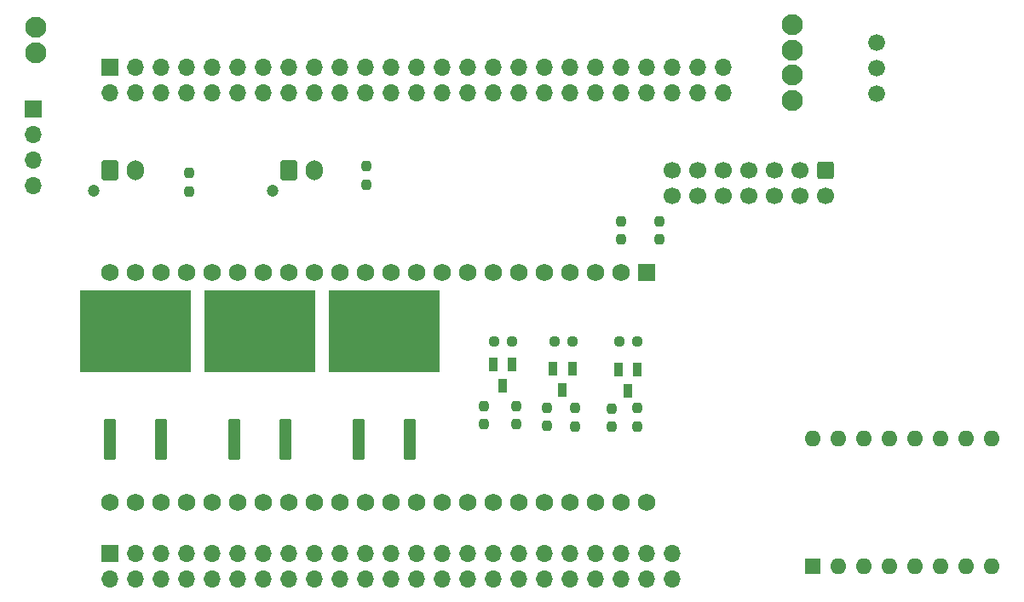
<source format=gbr>
%TF.GenerationSoftware,KiCad,Pcbnew,8.0.5*%
%TF.CreationDate,2024-10-09T10:19:28-04:00*%
%TF.ProjectId,Scout_Board,53636f75-745f-4426-9f61-72642e6b6963,rev?*%
%TF.SameCoordinates,Original*%
%TF.FileFunction,Soldermask,Bot*%
%TF.FilePolarity,Negative*%
%FSLAX46Y46*%
G04 Gerber Fmt 4.6, Leading zero omitted, Abs format (unit mm)*
G04 Created by KiCad (PCBNEW 8.0.5) date 2024-10-09 10:19:28*
%MOMM*%
%LPD*%
G01*
G04 APERTURE LIST*
G04 Aperture macros list*
%AMRoundRect*
0 Rectangle with rounded corners*
0 $1 Rounding radius*
0 $2 $3 $4 $5 $6 $7 $8 $9 X,Y pos of 4 corners*
0 Add a 4 corners polygon primitive as box body*
4,1,4,$2,$3,$4,$5,$6,$7,$8,$9,$2,$3,0*
0 Add four circle primitives for the rounded corners*
1,1,$1+$1,$2,$3*
1,1,$1+$1,$4,$5*
1,1,$1+$1,$6,$7*
1,1,$1+$1,$8,$9*
0 Add four rect primitives between the rounded corners*
20,1,$1+$1,$2,$3,$4,$5,0*
20,1,$1+$1,$4,$5,$6,$7,0*
20,1,$1+$1,$6,$7,$8,$9,0*
20,1,$1+$1,$8,$9,$2,$3,0*%
G04 Aperture macros list end*
%ADD10R,1.700000X1.700000*%
%ADD11O,1.700000X1.700000*%
%ADD12RoundRect,0.250000X-0.600000X0.600000X-0.600000X-0.600000X0.600000X-0.600000X0.600000X0.600000X0*%
%ADD13C,1.700000*%
%ADD14R,1.600000X1.600000*%
%ADD15O,1.600000X1.600000*%
%ADD16C,2.100000*%
%ADD17C,1.676400*%
%ADD18C,1.200000*%
%ADD19RoundRect,0.250000X-0.600000X-0.750000X0.600000X-0.750000X0.600000X0.750000X-0.600000X0.750000X0*%
%ADD20O,1.700000X2.000000*%
%ADD21RoundRect,0.102000X-0.765000X0.765000X-0.765000X-0.765000X0.765000X-0.765000X0.765000X0.765000X0*%
%ADD22C,1.734000*%
%ADD23RoundRect,0.237500X-0.237500X0.250000X-0.237500X-0.250000X0.237500X-0.250000X0.237500X0.250000X0*%
%ADD24RoundRect,0.237500X0.237500X-0.250000X0.237500X0.250000X-0.237500X0.250000X-0.237500X-0.250000X0*%
%ADD25RoundRect,0.158000X0.474000X-1.834000X0.474000X1.834000X-0.474000X1.834000X-0.474000X-1.834000X0*%
%ADD26RoundRect,0.102000X5.420000X-4.000000X5.420000X4.000000X-5.420000X4.000000X-5.420000X-4.000000X0*%
%ADD27RoundRect,0.237500X-0.250000X-0.237500X0.250000X-0.237500X0.250000X0.237500X-0.250000X0.237500X0*%
%ADD28RoundRect,0.100500X-0.301500X0.616500X-0.301500X-0.616500X0.301500X-0.616500X0.301500X0.616500X0*%
G04 APERTURE END LIST*
D10*
%TO.C,J1*%
X170180000Y-138684000D03*
D11*
X170180000Y-141224000D03*
X170180000Y-143764000D03*
X170180000Y-146304000D03*
%TD*%
D12*
%TO.C,J2*%
X248920000Y-144780000D03*
D13*
X248920000Y-147320000D03*
X246380000Y-144780000D03*
X246380000Y-147320000D03*
X243840000Y-144780000D03*
X243840000Y-147320000D03*
X241300000Y-144780000D03*
X241300000Y-147320000D03*
X238760000Y-144780000D03*
X238760000Y-147320000D03*
X236220000Y-144780000D03*
X236220000Y-147320000D03*
X233680000Y-144780000D03*
X233680000Y-147320000D03*
%TD*%
D14*
%TO.C,U2*%
X247650000Y-184140000D03*
D15*
X250190000Y-184140000D03*
X252730000Y-184140000D03*
X255270000Y-184140000D03*
X257810000Y-184140000D03*
X260350000Y-184140000D03*
X262890000Y-184140000D03*
X265430000Y-184140000D03*
X265430000Y-171440000D03*
X262890000Y-171440000D03*
X260350000Y-171440000D03*
X257810000Y-171440000D03*
X255270000Y-171440000D03*
X252730000Y-171440000D03*
X250190000Y-171440000D03*
X247650000Y-171440000D03*
%TD*%
D16*
%TO.C,J7*%
X170434000Y-130556000D03*
X170434000Y-133056000D03*
%TD*%
D17*
%TO.C,J3*%
X254000000Y-132080000D03*
X254000000Y-134620000D03*
X254000000Y-137160000D03*
%TD*%
D10*
%TO.C,J11*%
X177800000Y-182880000D03*
D11*
X177800000Y-185420000D03*
X180340000Y-182880000D03*
X180340000Y-185420000D03*
X182880000Y-182880000D03*
X182880000Y-185420000D03*
X185420000Y-182880000D03*
X185420000Y-185420000D03*
X187960000Y-182880000D03*
X187960000Y-185420000D03*
X190500000Y-182880000D03*
X190500000Y-185420000D03*
X193040000Y-182880000D03*
X193040000Y-185420000D03*
X195580000Y-182880000D03*
X195580000Y-185420000D03*
X198120000Y-182880000D03*
X198120000Y-185420000D03*
X200660000Y-182880000D03*
X200660000Y-185420000D03*
X203200000Y-182880000D03*
X203200000Y-185420000D03*
X205740000Y-182880000D03*
X205740000Y-185420000D03*
X208280000Y-182880000D03*
X208280000Y-185420000D03*
X210820000Y-182880000D03*
X210820000Y-185420000D03*
X213360000Y-182880000D03*
X213360000Y-185420000D03*
X215900000Y-182880000D03*
X215900000Y-185420000D03*
X218440000Y-182880000D03*
X218440000Y-185420000D03*
X220980000Y-182880000D03*
X220980000Y-185420000D03*
X223520000Y-182880000D03*
X223520000Y-185420000D03*
X226060000Y-182880000D03*
X226060000Y-185420000D03*
X228600000Y-182880000D03*
X228600000Y-185420000D03*
X231140000Y-182880000D03*
X231140000Y-185420000D03*
X233680000Y-182880000D03*
X233680000Y-185420000D03*
%TD*%
D18*
%TO.C,Conn2*%
X176240000Y-146780000D03*
D19*
X177840000Y-144780000D03*
D20*
X180340000Y-144780000D03*
%TD*%
D16*
%TO.C,J8*%
X245618000Y-137802000D03*
X245618000Y-135302000D03*
X245618000Y-132802000D03*
X245618000Y-130302000D03*
%TD*%
D18*
%TO.C,Conn4*%
X194020000Y-146780000D03*
D19*
X195620000Y-144780000D03*
D20*
X198120000Y-144780000D03*
%TD*%
D21*
%TO.C,U1*%
X231140000Y-154940000D03*
D22*
X228600000Y-154940000D03*
X226060000Y-154940000D03*
X223520000Y-154940000D03*
X220980000Y-154940000D03*
X218440000Y-154940000D03*
X215900000Y-154940000D03*
X213360000Y-154940000D03*
X210820000Y-154940000D03*
X208280000Y-154940000D03*
X205740000Y-154940000D03*
X203200000Y-154940000D03*
X200660000Y-154940000D03*
X198120000Y-154940000D03*
X195580000Y-154940000D03*
X193040000Y-154940000D03*
X190500000Y-154940000D03*
X187960000Y-154940000D03*
X185420000Y-154940000D03*
X182880000Y-154940000D03*
X180340000Y-154940000D03*
X177800000Y-154940000D03*
X231140000Y-177800000D03*
X228600000Y-177800000D03*
X226060000Y-177800000D03*
X223520000Y-177800000D03*
X220980000Y-177800000D03*
X218440000Y-177800000D03*
X215900000Y-177800000D03*
X213360000Y-177800000D03*
X210820000Y-177800000D03*
X208280000Y-177800000D03*
X205740000Y-177800000D03*
X203200000Y-177800000D03*
X200660000Y-177800000D03*
X198120000Y-177800000D03*
X195580000Y-177800000D03*
X193040000Y-177800000D03*
X190500000Y-177800000D03*
X187960000Y-177800000D03*
X185420000Y-177800000D03*
X182880000Y-177800000D03*
X180340000Y-177800000D03*
X177800000Y-177800000D03*
%TD*%
D10*
%TO.C,J10*%
X177800000Y-134500000D03*
D11*
X177800000Y-137040000D03*
X180340000Y-134500000D03*
X180340000Y-137040000D03*
X182880000Y-134500000D03*
X182880000Y-137040000D03*
X185420000Y-134500000D03*
X185420000Y-137040000D03*
X187960000Y-134500000D03*
X187960000Y-137040000D03*
X190500000Y-134500000D03*
X190500000Y-137040000D03*
X193040000Y-134500000D03*
X193040000Y-137040000D03*
X195580000Y-134500000D03*
X195580000Y-137040000D03*
X198120000Y-134500000D03*
X198120000Y-137040000D03*
X200660000Y-134500000D03*
X200660000Y-137040000D03*
X203200000Y-134500000D03*
X203200000Y-137040000D03*
X205740000Y-134500000D03*
X205740000Y-137040000D03*
X208280000Y-134500000D03*
X208280000Y-137040000D03*
X210820000Y-134500000D03*
X210820000Y-137040000D03*
X213360000Y-134500000D03*
X213360000Y-137040000D03*
X215900000Y-134500000D03*
X215900000Y-137040000D03*
X218440000Y-134500000D03*
X218440000Y-137040000D03*
X220980000Y-134500000D03*
X220980000Y-137040000D03*
X223520000Y-134500000D03*
X223520000Y-137040000D03*
X226060000Y-134500000D03*
X226060000Y-137040000D03*
X228600000Y-134500000D03*
X228600000Y-137040000D03*
X231140000Y-134500000D03*
X231140000Y-137040000D03*
X233680000Y-134500000D03*
X233680000Y-137040000D03*
X236220000Y-134500000D03*
X236220000Y-137040000D03*
X238760000Y-134500000D03*
X238760000Y-137040000D03*
%TD*%
D23*
%TO.C,R13*%
X224028000Y-168402000D03*
X224028000Y-170227000D03*
%TD*%
D24*
%TO.C,R14*%
X221234000Y-170180000D03*
X221234000Y-168355000D03*
%TD*%
D25*
%TO.C,MOSFET1*%
X207660000Y-171500000D03*
D26*
X205120000Y-160810000D03*
D25*
X202580000Y-171500000D03*
%TD*%
D27*
%TO.C,R29*%
X216003500Y-161754000D03*
X217828500Y-161754000D03*
%TD*%
D28*
%TO.C,Q2*%
X221874000Y-164504000D03*
X223774000Y-164504000D03*
X222824000Y-166624000D03*
%TD*%
D24*
%TO.C,R31*%
X218186000Y-170032500D03*
X218186000Y-168207500D03*
%TD*%
D27*
%TO.C,R9*%
X228421000Y-161754000D03*
X230246000Y-161754000D03*
%TD*%
D28*
%TO.C,Q3*%
X215928500Y-164040000D03*
X217828500Y-164040000D03*
X216878500Y-166160000D03*
%TD*%
%TO.C,Q1*%
X228346000Y-164548000D03*
X230246000Y-164548000D03*
X229296000Y-166668000D03*
%TD*%
D23*
%TO.C,R8*%
X232410000Y-149813000D03*
X232410000Y-151638000D03*
%TD*%
D24*
%TO.C,R11*%
X230246000Y-170224000D03*
X230246000Y-168399000D03*
%TD*%
D23*
%TO.C,R10*%
X227706000Y-168446000D03*
X227706000Y-170271000D03*
%TD*%
%TO.C,R1*%
X203303500Y-144375500D03*
X203303500Y-146200500D03*
%TD*%
%TO.C,R2*%
X185674000Y-145034000D03*
X185674000Y-146859000D03*
%TD*%
%TO.C,R7*%
X228600000Y-149813000D03*
X228600000Y-151638000D03*
%TD*%
D25*
%TO.C,MOSFET2*%
X195270000Y-171500000D03*
D26*
X192730000Y-160810000D03*
D25*
X190190000Y-171500000D03*
%TD*%
D23*
%TO.C,R30*%
X215034500Y-168207500D03*
X215034500Y-170032500D03*
%TD*%
D25*
%TO.C,MOSFET3*%
X182880000Y-171500000D03*
D26*
X180340000Y-160810000D03*
D25*
X177800000Y-171500000D03*
%TD*%
D27*
%TO.C,R12*%
X221996000Y-161798000D03*
X223821000Y-161798000D03*
%TD*%
M02*

</source>
